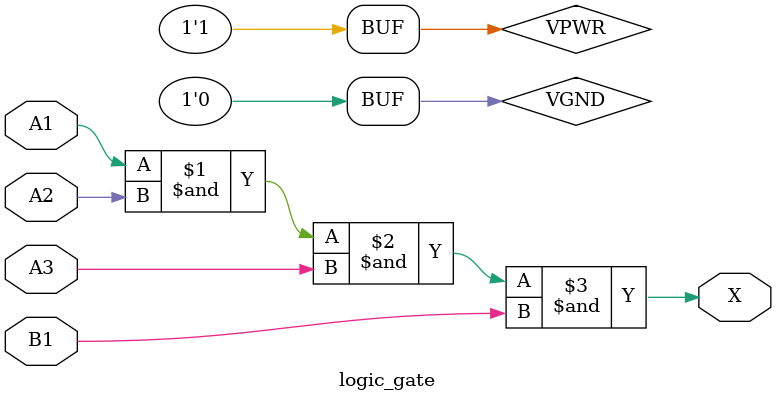
<source format=v>

module logic_gate (
    X ,
    A1,
    A2,
    A3,
    B1
);

    output X ;
    input  A1;
    input  A2;
    input  A3;
    input  B1;

    // Voltage supply signals
    supply1 VPWR;
    supply0 VGND;

    // Instantiate the 3-input AND gate
    and (
        X,
        A1,
        A2,
        A3,
        B1
    );

endmodule
</source>
